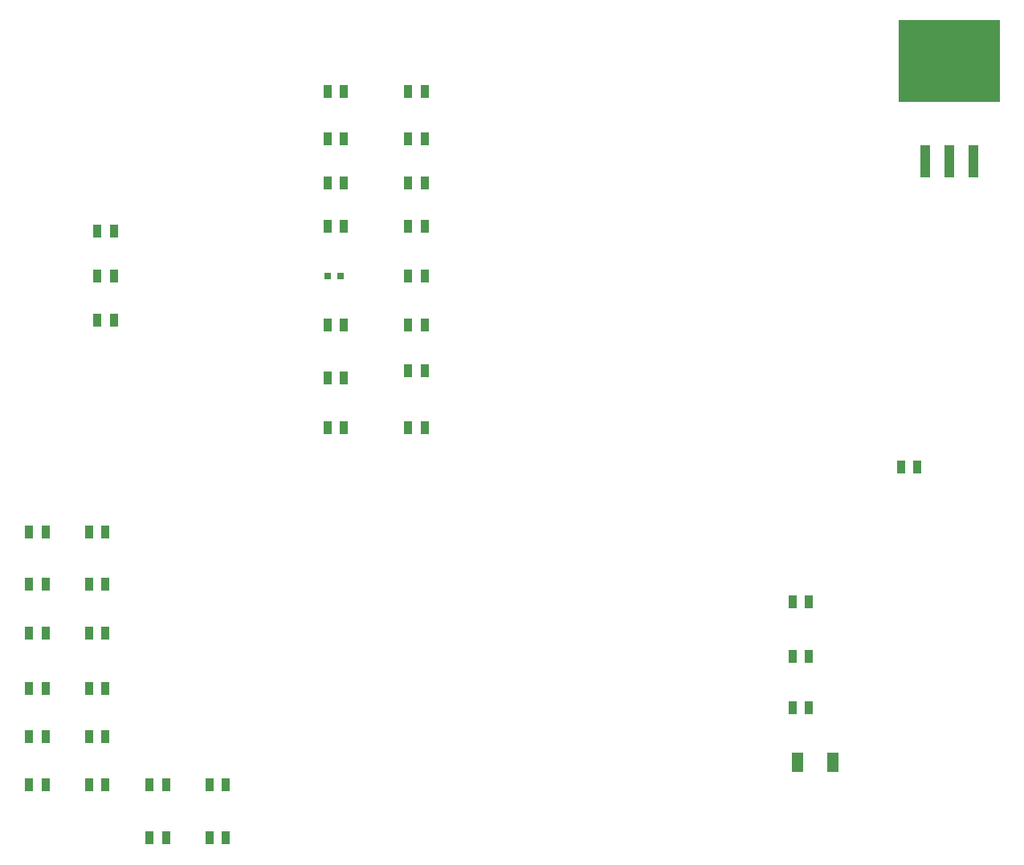
<source format=gbr>
G04*
G04 #@! TF.GenerationSoftware,Altium Limited,Altium Designer,22.4.2 (48)*
G04*
G04 Layer_Color=8421504*
%FSLAX25Y25*%
%MOIN*%
G70*
G04*
G04 #@! TF.SameCoordinates,C5E8B2FC-1F32-4D00-A684-16CD1971BE58*
G04*
G04*
G04 #@! TF.FilePolarity,Positive*
G04*
G01*
G75*
%ADD15R,0.03740X0.05354*%
%ADD16R,0.02559X0.02756*%
%ADD17R,0.42126X0.33858*%
%ADD18R,0.03937X0.13386*%
%ADD19R,0.04921X0.07874*%
D15*
X160110Y140000D02*
D03*
X167000D02*
D03*
X185055Y162000D02*
D03*
X191945D02*
D03*
X234000Y394000D02*
D03*
X240890D02*
D03*
X267555Y412000D02*
D03*
X274445D02*
D03*
X240890D02*
D03*
X234000D02*
D03*
X145445Y392000D02*
D03*
X138555D02*
D03*
X267555Y310500D02*
D03*
X274445D02*
D03*
X240890D02*
D03*
X234000D02*
D03*
X274445Y334000D02*
D03*
X267555D02*
D03*
X240890Y331000D02*
D03*
X234000D02*
D03*
X274445Y353000D02*
D03*
X267555D02*
D03*
X240890D02*
D03*
X234000D02*
D03*
X274445Y373500D02*
D03*
X267555D02*
D03*
X274445Y394000D02*
D03*
X267555D02*
D03*
Y430500D02*
D03*
X274445D02*
D03*
X234000D02*
D03*
X240890D02*
D03*
X267555Y450000D02*
D03*
X274445D02*
D03*
X234000D02*
D03*
X240890D02*
D03*
X191945Y140000D02*
D03*
X185055D02*
D03*
X160110Y162000D02*
D03*
X167000D02*
D03*
X141945D02*
D03*
X135055D02*
D03*
X117000D02*
D03*
X110110D02*
D03*
X141945Y182000D02*
D03*
X135055D02*
D03*
X117000D02*
D03*
X110110D02*
D03*
X135055Y202000D02*
D03*
X141945D02*
D03*
X117000D02*
D03*
X110110D02*
D03*
X135055Y225000D02*
D03*
X141945D02*
D03*
X117000D02*
D03*
X110110D02*
D03*
X141945Y245500D02*
D03*
X135055D02*
D03*
X117000D02*
D03*
X110110D02*
D03*
X141945Y267000D02*
D03*
X135055D02*
D03*
X117000D02*
D03*
X110110D02*
D03*
X433945Y238000D02*
D03*
X427055D02*
D03*
X433945Y194000D02*
D03*
X427055D02*
D03*
X478890Y294000D02*
D03*
X472000D02*
D03*
X427055Y215500D02*
D03*
X433945D02*
D03*
X145445Y373500D02*
D03*
X138555D02*
D03*
Y355000D02*
D03*
X145445D02*
D03*
D16*
X239315Y373500D02*
D03*
X234000D02*
D03*
D17*
X492000Y462677D02*
D03*
D18*
X502000Y420945D02*
D03*
X492000D02*
D03*
X482000D02*
D03*
D19*
X443882Y171500D02*
D03*
X429118D02*
D03*
M02*

</source>
